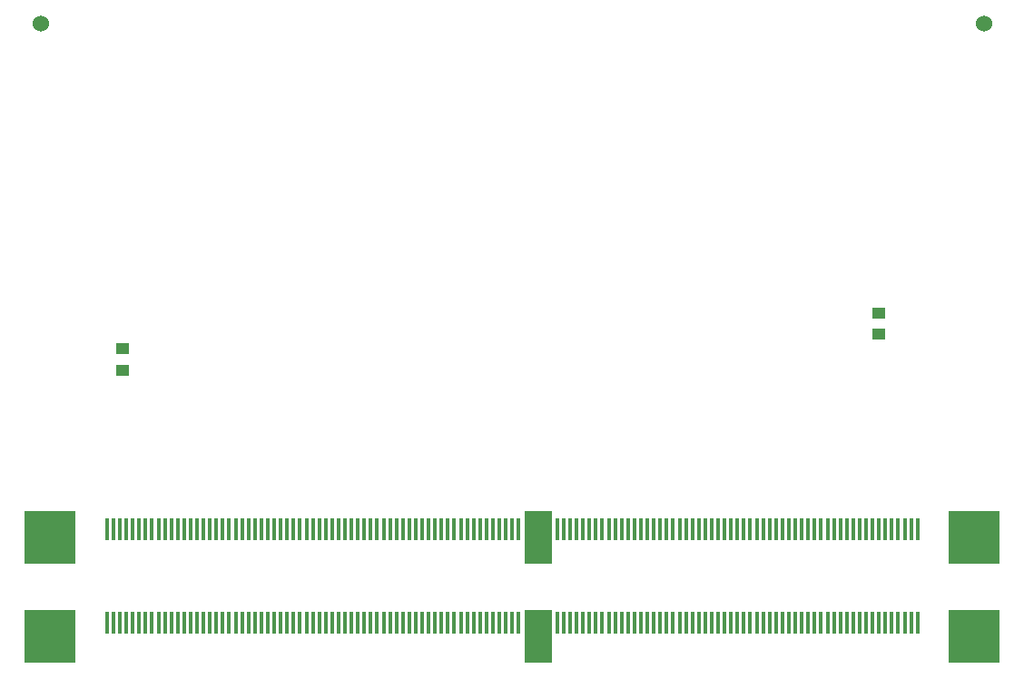
<source format=gbr>
G04 #@! TF.GenerationSoftware,KiCad,Pcbnew,5.0.2-bee76a0~70~ubuntu18.04.1*
G04 #@! TF.CreationDate,2019-04-15T15:13:08+02:00*
G04 #@! TF.ProjectId,ModulAdapter,4d6f6475-6c41-4646-9170-7465722e6b69,rev?*
G04 #@! TF.SameCoordinates,Original*
G04 #@! TF.FileFunction,Paste,Top*
G04 #@! TF.FilePolarity,Positive*
%FSLAX46Y46*%
G04 Gerber Fmt 4.6, Leading zero omitted, Abs format (unit mm)*
G04 Created by KiCad (PCBNEW 5.0.2-bee76a0~70~ubuntu18.04.1) date Mo 15 Apr 2019 15:13:08 CEST*
%MOMM*%
%LPD*%
G01*
G04 APERTURE LIST*
%ADD10R,2.600000X5.000000*%
%ADD11R,0.350000X2.000000*%
%ADD12R,4.800000X5.000000*%
%ADD13R,1.250000X1.000000*%
%ADD14C,1.524000*%
G04 APERTURE END LIST*
D10*
G04 #@! TO.C,J1*
X102400000Y-127990000D03*
X102400000Y-118810000D03*
D11*
X62800000Y-126750000D03*
X62200000Y-126750000D03*
X63400000Y-126750000D03*
X64000000Y-126750000D03*
X64600000Y-126750000D03*
X65200000Y-126750000D03*
X65800000Y-126750000D03*
X66400000Y-126750000D03*
X67000000Y-126750000D03*
X67600000Y-126750000D03*
X68200000Y-126750000D03*
X68800000Y-126750000D03*
X69400000Y-126750000D03*
X70000000Y-126750000D03*
X70600000Y-126750000D03*
X71200000Y-126750000D03*
X71800000Y-126750000D03*
X72400000Y-126750000D03*
X73000000Y-126750000D03*
X73600000Y-126750000D03*
X74200000Y-126750000D03*
X74800000Y-126750000D03*
X75400000Y-126750000D03*
X76000000Y-126750000D03*
X76600000Y-126750000D03*
X77200000Y-126750000D03*
X77800000Y-126750000D03*
X78400000Y-126750000D03*
X79000000Y-126750000D03*
X79600000Y-126750000D03*
X80200000Y-126750000D03*
X80800000Y-126750000D03*
X81400000Y-126750000D03*
X82000000Y-126750000D03*
X82600000Y-126750000D03*
X83200000Y-126750000D03*
X83800000Y-126750000D03*
X84400000Y-126750000D03*
X85000000Y-126750000D03*
X85600000Y-126750000D03*
X86200000Y-126750000D03*
X86800000Y-126750000D03*
X87400000Y-126750000D03*
X88000000Y-126750000D03*
X88600000Y-126750000D03*
X89200000Y-126750000D03*
X90400000Y-126750000D03*
X89800000Y-126750000D03*
X91000000Y-126750000D03*
X91600000Y-126750000D03*
X92200000Y-126750000D03*
X92800000Y-126750000D03*
X93400000Y-126750000D03*
X94000000Y-126750000D03*
X94600000Y-126750000D03*
X95200000Y-126750000D03*
X95800000Y-126750000D03*
X96400000Y-126750000D03*
X97000000Y-126750000D03*
X97600000Y-126750000D03*
X98200000Y-126750000D03*
X98800000Y-126750000D03*
X99400000Y-126750000D03*
X100000000Y-126750000D03*
X100600000Y-126750000D03*
X104200000Y-126750000D03*
X104800000Y-126750000D03*
X105400000Y-126750000D03*
X106000000Y-126750000D03*
X106600000Y-126750000D03*
X107200000Y-126750000D03*
X107800000Y-126750000D03*
X108400000Y-126750000D03*
X109000000Y-126750000D03*
X109600000Y-126750000D03*
X110200000Y-126750000D03*
X110800000Y-126750000D03*
X111400000Y-126750000D03*
X112000000Y-126750000D03*
X112600000Y-126750000D03*
X113200000Y-126750000D03*
X113800000Y-126750000D03*
X114400000Y-126750000D03*
X115000000Y-126750000D03*
X115600000Y-126750000D03*
X116200000Y-126750000D03*
X116800000Y-126750000D03*
X117400000Y-126750000D03*
X118000000Y-126750000D03*
X118600000Y-126750000D03*
X119200000Y-126750000D03*
X119800000Y-126750000D03*
X120400000Y-126750000D03*
X121000000Y-126750000D03*
X121600000Y-126750000D03*
X122200000Y-126750000D03*
X122800000Y-126750000D03*
X123400000Y-126750000D03*
X124000000Y-126750000D03*
X124600000Y-126750000D03*
X125200000Y-126750000D03*
X125800000Y-126750000D03*
X126400000Y-126750000D03*
X127000000Y-126750000D03*
X127600000Y-126750000D03*
X128200000Y-126750000D03*
X128800000Y-126750000D03*
X129400000Y-126750000D03*
X130000000Y-126750000D03*
X130600000Y-126750000D03*
X131200000Y-126750000D03*
X131800000Y-126750000D03*
X132400000Y-126750000D03*
X133000000Y-126750000D03*
X133600000Y-126750000D03*
X134200000Y-126750000D03*
X134800000Y-126750000D03*
X135400000Y-126750000D03*
X136000000Y-126750000D03*
X136600000Y-126750000D03*
X137200000Y-126750000D03*
X137800000Y-126750000D03*
X62200000Y-118050000D03*
X62800000Y-118050000D03*
X63400000Y-118050000D03*
X64000000Y-118050000D03*
X64600000Y-118050000D03*
X65200000Y-118050000D03*
X65800000Y-118050000D03*
X66400000Y-118050000D03*
X67000000Y-118050000D03*
X67600000Y-118050000D03*
X68200000Y-118050000D03*
X68800000Y-118050000D03*
X69400000Y-118050000D03*
X70000000Y-118050000D03*
X70600000Y-118050000D03*
X71200000Y-118050000D03*
X71800000Y-118050000D03*
X72400000Y-118050000D03*
X73000000Y-118050000D03*
X73600000Y-118050000D03*
X74200000Y-118050000D03*
X74800000Y-118050000D03*
X75400000Y-118050000D03*
X76000000Y-118050000D03*
X76600000Y-118050000D03*
X77200000Y-118050000D03*
X77800000Y-118050000D03*
X78400000Y-118050000D03*
X79000000Y-118050000D03*
X79600000Y-118050000D03*
X80200000Y-118050000D03*
X80800000Y-118050000D03*
X81400000Y-118050000D03*
X82000000Y-118050000D03*
X82600000Y-118050000D03*
X83200000Y-118050000D03*
X83800000Y-118050000D03*
X84400000Y-118050000D03*
X85000000Y-118050000D03*
X85600000Y-118050000D03*
X86200000Y-118050000D03*
X86800000Y-118050000D03*
X87400000Y-118050000D03*
X88000000Y-118050000D03*
X88600000Y-118050000D03*
X89200000Y-118050000D03*
X89800000Y-118050000D03*
X90400000Y-118050000D03*
X91000000Y-118050000D03*
X91600000Y-118050000D03*
X92200000Y-118050000D03*
X92800000Y-118050000D03*
X93400000Y-118050000D03*
X94000000Y-118050000D03*
X94600000Y-118050000D03*
X95200000Y-118050000D03*
X95800000Y-118050000D03*
X96400000Y-118050000D03*
X97000000Y-118050000D03*
X97600000Y-118050000D03*
X98200000Y-118050000D03*
X98800000Y-118050000D03*
X99400000Y-118050000D03*
X100000000Y-118050000D03*
X100600000Y-118050000D03*
X104200000Y-118050000D03*
X104800000Y-118050000D03*
X105400000Y-118050000D03*
X106000000Y-118050000D03*
X106600000Y-118050000D03*
X107200000Y-118050000D03*
X107800000Y-118050000D03*
X108400000Y-118050000D03*
X109000000Y-118050000D03*
X109600000Y-118050000D03*
X110200000Y-118050000D03*
X110800000Y-118050000D03*
X111400000Y-118050000D03*
X112000000Y-118050000D03*
X112600000Y-118050000D03*
X113200000Y-118050000D03*
X113800000Y-118050000D03*
X114400000Y-118050000D03*
X115000000Y-118050000D03*
X115600000Y-118050000D03*
X116200000Y-118050000D03*
X116800000Y-118050000D03*
X117400000Y-118050000D03*
X118000000Y-118050000D03*
X118600000Y-118050000D03*
X119200000Y-118050000D03*
X119800000Y-118050000D03*
X120400000Y-118050000D03*
X121000000Y-118050000D03*
X121600000Y-118050000D03*
X122200000Y-118050000D03*
X122800000Y-118050000D03*
X123400000Y-118050000D03*
X124000000Y-118050000D03*
X124600000Y-118050000D03*
X125200000Y-118050000D03*
X125800000Y-118050000D03*
X126400000Y-118050000D03*
X127000000Y-118050000D03*
X127600000Y-118050000D03*
X128200000Y-118050000D03*
X128800000Y-118050000D03*
X129400000Y-118050000D03*
X130000000Y-118050000D03*
X130600000Y-118050000D03*
X131200000Y-118050000D03*
X131800000Y-118050000D03*
X132400000Y-118050000D03*
X133000000Y-118050000D03*
X133600000Y-118050000D03*
X134200000Y-118050000D03*
X134800000Y-118050000D03*
X135400000Y-118050000D03*
X136000000Y-118050000D03*
X136600000Y-118050000D03*
X137200000Y-118050000D03*
X137800000Y-118050000D03*
D12*
X56900000Y-118810000D03*
X56900000Y-127990000D03*
X143100000Y-127990000D03*
X143100000Y-118810000D03*
G04 #@! TD*
D13*
G04 #@! TO.C,C12*
X134163000Y-97857000D03*
X134163000Y-99857000D03*
G04 #@! TD*
G04 #@! TO.C,C13*
X63678000Y-103200000D03*
X63678000Y-101200000D03*
G04 #@! TD*
D14*
G04 #@! TO.C,P14*
X144000000Y-70900000D03*
G04 #@! TD*
G04 #@! TO.C,P13*
X56000000Y-70900000D03*
G04 #@! TD*
M02*

</source>
